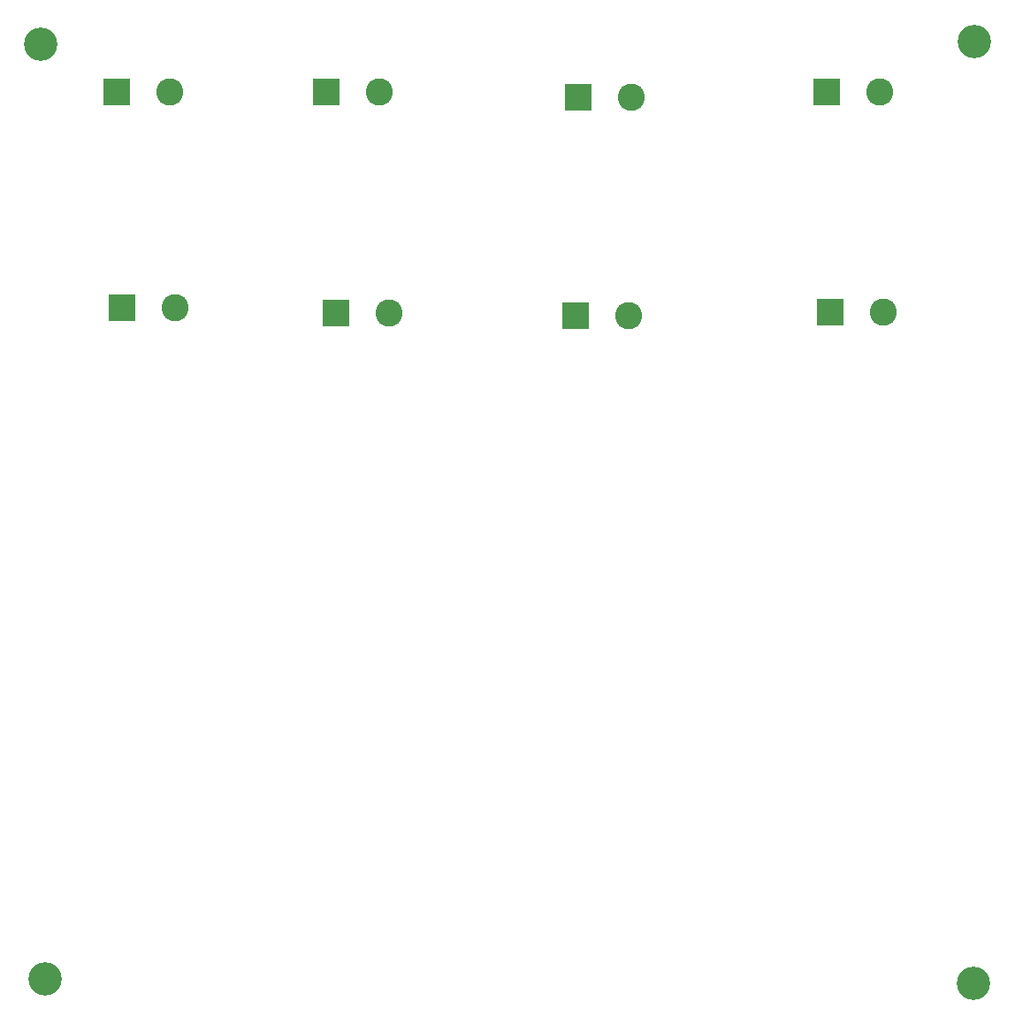
<source format=gbr>
%TF.GenerationSoftware,KiCad,Pcbnew,8.0.4*%
%TF.CreationDate,2024-10-22T18:55:11-05:00*%
%TF.ProjectId,PCB_split,5043425f-7370-46c6-9974-2e6b69636164,rev?*%
%TF.SameCoordinates,Original*%
%TF.FileFunction,Soldermask,Bot*%
%TF.FilePolarity,Negative*%
%FSLAX46Y46*%
G04 Gerber Fmt 4.6, Leading zero omitted, Abs format (unit mm)*
G04 Created by KiCad (PCBNEW 8.0.4) date 2024-10-22 18:55:11*
%MOMM*%
%LPD*%
G01*
G04 APERTURE LIST*
%ADD10C,3.200000*%
%ADD11C,2.600000*%
%ADD12R,2.600000X2.600000*%
G04 APERTURE END LIST*
D10*
%TO.C,H4*%
X182245000Y-127254000D03*
%TD*%
D11*
%TO.C,J6*%
X149282150Y-63373000D03*
D12*
X144202150Y-63373000D03*
%TD*%
D10*
%TO.C,H2*%
X182372000Y-37084000D03*
%TD*%
D11*
%TO.C,J7*%
X173285150Y-41910000D03*
D12*
X168205150Y-41910000D03*
%TD*%
D11*
%TO.C,J4*%
X126295150Y-63119000D03*
D12*
X121215150Y-63119000D03*
%TD*%
D11*
%TO.C,J2*%
X105848150Y-62611000D03*
D12*
X100768150Y-62611000D03*
%TD*%
D11*
%TO.C,J5*%
X149531150Y-42469000D03*
D12*
X144451150Y-42469000D03*
%TD*%
D11*
%TO.C,J1*%
X105335150Y-41961000D03*
D12*
X100255150Y-41961000D03*
%TD*%
D11*
%TO.C,J8*%
X173666150Y-62992000D03*
D12*
X168586150Y-62992000D03*
%TD*%
D11*
%TO.C,J3*%
X125406150Y-41910000D03*
D12*
X120326150Y-41910000D03*
%TD*%
D10*
%TO.C,H1*%
X92964000Y-37338000D03*
%TD*%
%TO.C,H3*%
X93345000Y-126873000D03*
%TD*%
M02*

</source>
